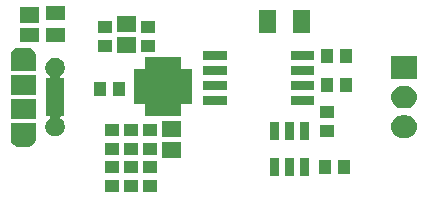
<source format=gbr>
G04 #@! TF.GenerationSoftware,KiCad,Pcbnew,(5.1.4-7-g8dd734fbd)*
G04 #@! TF.CreationDate,2019-09-01T10:21:26+03:00*
G04 #@! TF.ProjectId,usb1wireadapter,75736231-7769-4726-9561-646170746572,rev?*
G04 #@! TF.SameCoordinates,Original*
G04 #@! TF.FileFunction,Soldermask,Top*
G04 #@! TF.FilePolarity,Negative*
%FSLAX46Y46*%
G04 Gerber Fmt 4.6, Leading zero omitted, Abs format (unit mm)*
G04 Created by KiCad (PCBNEW (5.1.4-7-g8dd734fbd)) date 2019-09-01 10:21:26*
%MOMM*%
%LPD*%
G04 APERTURE LIST*
%ADD10C,0.100000*%
G04 APERTURE END LIST*
D10*
G36*
X103800000Y-79110000D02*
G01*
X102600000Y-79110000D01*
X102600000Y-78090000D01*
X103800000Y-78090000D01*
X103800000Y-79110000D01*
X103800000Y-79110000D01*
G37*
G36*
X105400000Y-79110000D02*
G01*
X104200000Y-79110000D01*
X104200000Y-78090000D01*
X105400000Y-78090000D01*
X105400000Y-79110000D01*
X105400000Y-79110000D01*
G37*
G36*
X107000000Y-79110000D02*
G01*
X105800000Y-79110000D01*
X105800000Y-78090000D01*
X107000000Y-78090000D01*
X107000000Y-79110000D01*
X107000000Y-79110000D01*
G37*
G36*
X117295000Y-77790000D02*
G01*
X116565000Y-77790000D01*
X116565000Y-76260000D01*
X117295000Y-76260000D01*
X117295000Y-77790000D01*
X117295000Y-77790000D01*
G37*
G36*
X118565000Y-77790000D02*
G01*
X117835000Y-77790000D01*
X117835000Y-76260000D01*
X118565000Y-76260000D01*
X118565000Y-77790000D01*
X118565000Y-77790000D01*
G37*
G36*
X119835000Y-77790000D02*
G01*
X119105000Y-77790000D01*
X119105000Y-76260000D01*
X119835000Y-76260000D01*
X119835000Y-77790000D01*
X119835000Y-77790000D01*
G37*
G36*
X123310000Y-77600000D02*
G01*
X122290000Y-77600000D01*
X122290000Y-76400000D01*
X123310000Y-76400000D01*
X123310000Y-77600000D01*
X123310000Y-77600000D01*
G37*
G36*
X121710000Y-77600000D02*
G01*
X120690000Y-77600000D01*
X120690000Y-76400000D01*
X121710000Y-76400000D01*
X121710000Y-77600000D01*
X121710000Y-77600000D01*
G37*
G36*
X103800000Y-77510000D02*
G01*
X102600000Y-77510000D01*
X102600000Y-76490000D01*
X103800000Y-76490000D01*
X103800000Y-77510000D01*
X103800000Y-77510000D01*
G37*
G36*
X107000000Y-77510000D02*
G01*
X105800000Y-77510000D01*
X105800000Y-76490000D01*
X107000000Y-76490000D01*
X107000000Y-77510000D01*
X107000000Y-77510000D01*
G37*
G36*
X105400000Y-77510000D02*
G01*
X104200000Y-77510000D01*
X104200000Y-76490000D01*
X105400000Y-76490000D01*
X105400000Y-77510000D01*
X105400000Y-77510000D01*
G37*
G36*
X109000000Y-76240000D02*
G01*
X107400000Y-76240000D01*
X107400000Y-74920000D01*
X109000000Y-74920000D01*
X109000000Y-76240000D01*
X109000000Y-76240000D01*
G37*
G36*
X103800000Y-76010000D02*
G01*
X102600000Y-76010000D01*
X102600000Y-74990000D01*
X103800000Y-74990000D01*
X103800000Y-76010000D01*
X103800000Y-76010000D01*
G37*
G36*
X105400000Y-76010000D02*
G01*
X104200000Y-76010000D01*
X104200000Y-74990000D01*
X105400000Y-74990000D01*
X105400000Y-76010000D01*
X105400000Y-76010000D01*
G37*
G36*
X107000000Y-76010000D02*
G01*
X105800000Y-76010000D01*
X105800000Y-74990000D01*
X107000000Y-74990000D01*
X107000000Y-76010000D01*
X107000000Y-76010000D01*
G37*
G36*
X96712500Y-74559479D02*
G01*
X96713101Y-74571714D01*
X96715887Y-74600000D01*
X96713101Y-74628286D01*
X96712500Y-74640521D01*
X96712500Y-74743289D01*
X96702435Y-74755553D01*
X96690884Y-74777164D01*
X96686762Y-74788684D01*
X96662345Y-74869175D01*
X96597345Y-74990781D01*
X96509870Y-75097370D01*
X96403281Y-75184845D01*
X96281675Y-75249845D01*
X96149724Y-75289872D01*
X96046890Y-75300000D01*
X95278110Y-75300000D01*
X95175276Y-75289872D01*
X95043325Y-75249845D01*
X94921719Y-75184845D01*
X94815130Y-75097370D01*
X94727655Y-74990781D01*
X94662655Y-74869175D01*
X94638243Y-74788699D01*
X94628871Y-74766075D01*
X94615258Y-74745701D01*
X94612500Y-74742943D01*
X94612500Y-74640521D01*
X94611899Y-74628286D01*
X94609113Y-74600000D01*
X94611899Y-74571714D01*
X94612500Y-74559479D01*
X94612500Y-73300000D01*
X96712500Y-73300000D01*
X96712500Y-74559479D01*
X96712500Y-74559479D01*
G37*
G36*
X117295000Y-74740000D02*
G01*
X116565000Y-74740000D01*
X116565000Y-73210000D01*
X117295000Y-73210000D01*
X117295000Y-74740000D01*
X117295000Y-74740000D01*
G37*
G36*
X119835000Y-74740000D02*
G01*
X119105000Y-74740000D01*
X119105000Y-73210000D01*
X119835000Y-73210000D01*
X119835000Y-74740000D01*
X119835000Y-74740000D01*
G37*
G36*
X118565000Y-74740000D02*
G01*
X117835000Y-74740000D01*
X117835000Y-73210000D01*
X118565000Y-73210000D01*
X118565000Y-74740000D01*
X118565000Y-74740000D01*
G37*
G36*
X128211232Y-72663746D02*
G01*
X128300770Y-72690907D01*
X128390309Y-72718068D01*
X128425000Y-72736611D01*
X128555345Y-72806282D01*
X128555347Y-72806283D01*
X128555346Y-72806283D01*
X128700002Y-72924998D01*
X128808073Y-73056684D01*
X128818718Y-73069655D01*
X128859780Y-73146477D01*
X128906932Y-73234691D01*
X128961254Y-73413769D01*
X128979596Y-73600000D01*
X128961254Y-73786231D01*
X128906932Y-73965309D01*
X128893315Y-73990784D01*
X128821091Y-74125906D01*
X128818717Y-74130346D01*
X128700002Y-74275002D01*
X128568316Y-74383073D01*
X128555345Y-74393718D01*
X128524883Y-74410000D01*
X128390309Y-74481932D01*
X128300770Y-74509093D01*
X128211232Y-74536254D01*
X128141448Y-74543127D01*
X128071666Y-74550000D01*
X127728334Y-74550000D01*
X127658552Y-74543127D01*
X127588768Y-74536254D01*
X127499230Y-74509093D01*
X127409691Y-74481932D01*
X127275117Y-74410000D01*
X127244655Y-74393718D01*
X127231685Y-74383073D01*
X127099998Y-74275002D01*
X126981283Y-74130346D01*
X126978910Y-74125906D01*
X126906685Y-73990784D01*
X126893068Y-73965309D01*
X126838746Y-73786231D01*
X126820404Y-73600000D01*
X126838746Y-73413769D01*
X126893068Y-73234691D01*
X126940220Y-73146477D01*
X126981282Y-73069655D01*
X126991927Y-73056684D01*
X127099998Y-72924998D01*
X127244654Y-72806283D01*
X127244653Y-72806283D01*
X127244655Y-72806282D01*
X127375000Y-72736611D01*
X127409691Y-72718068D01*
X127499230Y-72690907D01*
X127588768Y-72663746D01*
X127728334Y-72650000D01*
X128071666Y-72650000D01*
X128211232Y-72663746D01*
X128211232Y-72663746D01*
G37*
G36*
X122000000Y-74510000D02*
G01*
X120800000Y-74510000D01*
X120800000Y-73490000D01*
X122000000Y-73490000D01*
X122000000Y-74510000D01*
X122000000Y-74510000D01*
G37*
G36*
X109000000Y-74480000D02*
G01*
X107400000Y-74480000D01*
X107400000Y-73160000D01*
X109000000Y-73160000D01*
X109000000Y-74480000D01*
X109000000Y-74480000D01*
G37*
G36*
X98603144Y-67806704D02*
G01*
X98753283Y-67868893D01*
X98888406Y-67959180D01*
X99003320Y-68074094D01*
X99093607Y-68209217D01*
X99155796Y-68359356D01*
X99187500Y-68518743D01*
X99187500Y-68681257D01*
X99155796Y-68840644D01*
X99093607Y-68990783D01*
X99003320Y-69125906D01*
X98888406Y-69240820D01*
X98843137Y-69271068D01*
X98824195Y-69286613D01*
X98808650Y-69305555D01*
X98797099Y-69327166D01*
X98789986Y-69350615D01*
X98787584Y-69375001D01*
X98789986Y-69399387D01*
X98797099Y-69422836D01*
X98808650Y-69444447D01*
X98824195Y-69463389D01*
X98843137Y-69478934D01*
X98864748Y-69490485D01*
X98888197Y-69497598D01*
X98912583Y-69500000D01*
X99137500Y-69500000D01*
X99137500Y-72700000D01*
X98912583Y-72700000D01*
X98888197Y-72702402D01*
X98864748Y-72709515D01*
X98843137Y-72721066D01*
X98824195Y-72736611D01*
X98808650Y-72755553D01*
X98797099Y-72777164D01*
X98789986Y-72800613D01*
X98787584Y-72824999D01*
X98789986Y-72849385D01*
X98797099Y-72872834D01*
X98808650Y-72894445D01*
X98824195Y-72913387D01*
X98843137Y-72928932D01*
X98888406Y-72959180D01*
X99003320Y-73074094D01*
X99093607Y-73209217D01*
X99155796Y-73359356D01*
X99187500Y-73518743D01*
X99187500Y-73681257D01*
X99155796Y-73840644D01*
X99093607Y-73990783D01*
X99003320Y-74125906D01*
X98888406Y-74240820D01*
X98753283Y-74331107D01*
X98603144Y-74393296D01*
X98443757Y-74425000D01*
X98281243Y-74425000D01*
X98121856Y-74393296D01*
X97971717Y-74331107D01*
X97836594Y-74240820D01*
X97721680Y-74125906D01*
X97631393Y-73990783D01*
X97569204Y-73840644D01*
X97537500Y-73681257D01*
X97537500Y-73518743D01*
X97569204Y-73359356D01*
X97631393Y-73209217D01*
X97721680Y-73074094D01*
X97836594Y-72959180D01*
X97881863Y-72928932D01*
X97900805Y-72913387D01*
X97916350Y-72894445D01*
X97927901Y-72872834D01*
X97935014Y-72849385D01*
X97937416Y-72824999D01*
X97935014Y-72800613D01*
X97927901Y-72777164D01*
X97916350Y-72755553D01*
X97900805Y-72736611D01*
X97881863Y-72721066D01*
X97860252Y-72709515D01*
X97836803Y-72702402D01*
X97812417Y-72700000D01*
X97587500Y-72700000D01*
X97587500Y-69500000D01*
X97812417Y-69500000D01*
X97836803Y-69497598D01*
X97860252Y-69490485D01*
X97881863Y-69478934D01*
X97900805Y-69463389D01*
X97916350Y-69444447D01*
X97927901Y-69422836D01*
X97935014Y-69399387D01*
X97937416Y-69375001D01*
X97935014Y-69350615D01*
X97927901Y-69327166D01*
X97916350Y-69305555D01*
X97900805Y-69286613D01*
X97881863Y-69271068D01*
X97836594Y-69240820D01*
X97721680Y-69125906D01*
X97631393Y-68990783D01*
X97569204Y-68840644D01*
X97537500Y-68681257D01*
X97537500Y-68518743D01*
X97569204Y-68359356D01*
X97631393Y-68209217D01*
X97721680Y-68074094D01*
X97836594Y-67959180D01*
X97971717Y-67868893D01*
X98121856Y-67806704D01*
X98281243Y-67775000D01*
X98443757Y-67775000D01*
X98603144Y-67806704D01*
X98603144Y-67806704D01*
G37*
G36*
X103800000Y-74410000D02*
G01*
X102600000Y-74410000D01*
X102600000Y-73390000D01*
X103800000Y-73390000D01*
X103800000Y-74410000D01*
X103800000Y-74410000D01*
G37*
G36*
X107000000Y-74410000D02*
G01*
X105800000Y-74410000D01*
X105800000Y-73390000D01*
X107000000Y-73390000D01*
X107000000Y-74410000D01*
X107000000Y-74410000D01*
G37*
G36*
X105400000Y-74410000D02*
G01*
X104200000Y-74410000D01*
X104200000Y-73390000D01*
X105400000Y-73390000D01*
X105400000Y-74410000D01*
X105400000Y-74410000D01*
G37*
G36*
X96712500Y-72950000D02*
G01*
X94612500Y-72950000D01*
X94612500Y-71250000D01*
X96712500Y-71250000D01*
X96712500Y-72950000D01*
X96712500Y-72950000D01*
G37*
G36*
X122000000Y-72910000D02*
G01*
X120800000Y-72910000D01*
X120800000Y-71890000D01*
X122000000Y-71890000D01*
X122000000Y-72910000D01*
X122000000Y-72910000D01*
G37*
G36*
X109000000Y-68575001D02*
G01*
X109002402Y-68599387D01*
X109009515Y-68622836D01*
X109021066Y-68644447D01*
X109036611Y-68663389D01*
X109055553Y-68678934D01*
X109077164Y-68690485D01*
X109100613Y-68697598D01*
X109124999Y-68700000D01*
X109975000Y-68700000D01*
X109975000Y-71700000D01*
X109124999Y-71700000D01*
X109100613Y-71702402D01*
X109077164Y-71709515D01*
X109055553Y-71721066D01*
X109036611Y-71736611D01*
X109021066Y-71755553D01*
X109009515Y-71777164D01*
X109002402Y-71800613D01*
X109000000Y-71824999D01*
X109000000Y-72675000D01*
X106000000Y-72675000D01*
X106000000Y-71824999D01*
X105997598Y-71800613D01*
X105990485Y-71777164D01*
X105978934Y-71755553D01*
X105963389Y-71736611D01*
X105944447Y-71721066D01*
X105922836Y-71709515D01*
X105899387Y-71702402D01*
X105875001Y-71700000D01*
X105025000Y-71700000D01*
X105025000Y-68700000D01*
X105875001Y-68700000D01*
X105899387Y-68697598D01*
X105922836Y-68690485D01*
X105944447Y-68678934D01*
X105963389Y-68663389D01*
X105978934Y-68644447D01*
X105990485Y-68622836D01*
X105997598Y-68599387D01*
X106000000Y-68575001D01*
X106000000Y-67725000D01*
X109000000Y-67725000D01*
X109000000Y-68575001D01*
X109000000Y-68575001D01*
G37*
G36*
X128211232Y-70163746D02*
G01*
X128300770Y-70190907D01*
X128390309Y-70218068D01*
X128478523Y-70265220D01*
X128555345Y-70306282D01*
X128555347Y-70306283D01*
X128555346Y-70306283D01*
X128700002Y-70424998D01*
X128818717Y-70569654D01*
X128906932Y-70734691D01*
X128961254Y-70913769D01*
X128979596Y-71100000D01*
X128961254Y-71286231D01*
X128906932Y-71465309D01*
X128859780Y-71553523D01*
X128834938Y-71600000D01*
X128818717Y-71630346D01*
X128700002Y-71775002D01*
X128568316Y-71883073D01*
X128555345Y-71893718D01*
X128478523Y-71934780D01*
X128390309Y-71981932D01*
X128300770Y-72009093D01*
X128211232Y-72036254D01*
X128141448Y-72043127D01*
X128071666Y-72050000D01*
X127728334Y-72050000D01*
X127658552Y-72043127D01*
X127588768Y-72036254D01*
X127499230Y-72009093D01*
X127409691Y-71981932D01*
X127321477Y-71934780D01*
X127244655Y-71893718D01*
X127231684Y-71883073D01*
X127099998Y-71775002D01*
X126981283Y-71630346D01*
X126965063Y-71600000D01*
X126940220Y-71553523D01*
X126893068Y-71465309D01*
X126838746Y-71286231D01*
X126820404Y-71100000D01*
X126838746Y-70913769D01*
X126893068Y-70734691D01*
X126981283Y-70569654D01*
X127099998Y-70424998D01*
X127244654Y-70306283D01*
X127244653Y-70306283D01*
X127244655Y-70306282D01*
X127321477Y-70265220D01*
X127409691Y-70218068D01*
X127499230Y-70190907D01*
X127588768Y-70163746D01*
X127728334Y-70150000D01*
X128071666Y-70150000D01*
X128211232Y-70163746D01*
X128211232Y-70163746D01*
G37*
G36*
X112875000Y-71780000D02*
G01*
X110925000Y-71780000D01*
X110925000Y-71030000D01*
X112875000Y-71030000D01*
X112875000Y-71780000D01*
X112875000Y-71780000D01*
G37*
G36*
X120275000Y-71780000D02*
G01*
X118325000Y-71780000D01*
X118325000Y-71030000D01*
X120275000Y-71030000D01*
X120275000Y-71780000D01*
X120275000Y-71780000D01*
G37*
G36*
X102710000Y-71000000D02*
G01*
X101690000Y-71000000D01*
X101690000Y-69800000D01*
X102710000Y-69800000D01*
X102710000Y-71000000D01*
X102710000Y-71000000D01*
G37*
G36*
X104310000Y-71000000D02*
G01*
X103290000Y-71000000D01*
X103290000Y-69800000D01*
X104310000Y-69800000D01*
X104310000Y-71000000D01*
X104310000Y-71000000D01*
G37*
G36*
X96712500Y-70950000D02*
G01*
X94612500Y-70950000D01*
X94612500Y-69250000D01*
X96712500Y-69250000D01*
X96712500Y-70950000D01*
X96712500Y-70950000D01*
G37*
G36*
X121910000Y-70700000D02*
G01*
X120890000Y-70700000D01*
X120890000Y-69500000D01*
X121910000Y-69500000D01*
X121910000Y-70700000D01*
X121910000Y-70700000D01*
G37*
G36*
X123510000Y-70700000D02*
G01*
X122490000Y-70700000D01*
X122490000Y-69500000D01*
X123510000Y-69500000D01*
X123510000Y-70700000D01*
X123510000Y-70700000D01*
G37*
G36*
X120275000Y-70510000D02*
G01*
X118325000Y-70510000D01*
X118325000Y-69760000D01*
X120275000Y-69760000D01*
X120275000Y-70510000D01*
X120275000Y-70510000D01*
G37*
G36*
X112875000Y-70510000D02*
G01*
X110925000Y-70510000D01*
X110925000Y-69760000D01*
X112875000Y-69760000D01*
X112875000Y-70510000D01*
X112875000Y-70510000D01*
G37*
G36*
X128975000Y-69550000D02*
G01*
X126825000Y-69550000D01*
X126825000Y-67650000D01*
X128975000Y-67650000D01*
X128975000Y-69550000D01*
X128975000Y-69550000D01*
G37*
G36*
X112875000Y-69240000D02*
G01*
X110925000Y-69240000D01*
X110925000Y-68490000D01*
X112875000Y-68490000D01*
X112875000Y-69240000D01*
X112875000Y-69240000D01*
G37*
G36*
X120275000Y-69240000D02*
G01*
X118325000Y-69240000D01*
X118325000Y-68490000D01*
X120275000Y-68490000D01*
X120275000Y-69240000D01*
X120275000Y-69240000D01*
G37*
G36*
X96149724Y-66910128D02*
G01*
X96281675Y-66950155D01*
X96403281Y-67015155D01*
X96509870Y-67102630D01*
X96597345Y-67209219D01*
X96662345Y-67330825D01*
X96686757Y-67411301D01*
X96696129Y-67433925D01*
X96709742Y-67454299D01*
X96712500Y-67457057D01*
X96712500Y-67559479D01*
X96713101Y-67571714D01*
X96715887Y-67600000D01*
X96713101Y-67628286D01*
X96712500Y-67640521D01*
X96712500Y-68900000D01*
X94612500Y-68900000D01*
X94612500Y-67640521D01*
X94611899Y-67628286D01*
X94609113Y-67600000D01*
X94611899Y-67571714D01*
X94612500Y-67559479D01*
X94612500Y-67456711D01*
X94622565Y-67444447D01*
X94634116Y-67422836D01*
X94638238Y-67411316D01*
X94662655Y-67330825D01*
X94727655Y-67209219D01*
X94815130Y-67102630D01*
X94921719Y-67015155D01*
X95043325Y-66950155D01*
X95175276Y-66910128D01*
X95278110Y-66900000D01*
X96046890Y-66900000D01*
X96149724Y-66910128D01*
X96149724Y-66910128D01*
G37*
G36*
X121910000Y-68200000D02*
G01*
X120890000Y-68200000D01*
X120890000Y-67000000D01*
X121910000Y-67000000D01*
X121910000Y-68200000D01*
X121910000Y-68200000D01*
G37*
G36*
X123510000Y-68200000D02*
G01*
X122490000Y-68200000D01*
X122490000Y-67000000D01*
X123510000Y-67000000D01*
X123510000Y-68200000D01*
X123510000Y-68200000D01*
G37*
G36*
X120275000Y-67970000D02*
G01*
X118325000Y-67970000D01*
X118325000Y-67220000D01*
X120275000Y-67220000D01*
X120275000Y-67970000D01*
X120275000Y-67970000D01*
G37*
G36*
X112875000Y-67970000D02*
G01*
X110925000Y-67970000D01*
X110925000Y-67220000D01*
X112875000Y-67220000D01*
X112875000Y-67970000D01*
X112875000Y-67970000D01*
G37*
G36*
X105200000Y-67340000D02*
G01*
X103600000Y-67340000D01*
X103600000Y-66020000D01*
X105200000Y-66020000D01*
X105200000Y-67340000D01*
X105200000Y-67340000D01*
G37*
G36*
X103200000Y-67310000D02*
G01*
X102000000Y-67310000D01*
X102000000Y-66290000D01*
X103200000Y-66290000D01*
X103200000Y-67310000D01*
X103200000Y-67310000D01*
G37*
G36*
X106800000Y-67310000D02*
G01*
X105600000Y-67310000D01*
X105600000Y-66290000D01*
X106800000Y-66290000D01*
X106800000Y-67310000D01*
X106800000Y-67310000D01*
G37*
G36*
X99200000Y-66450000D02*
G01*
X97600000Y-66450000D01*
X97600000Y-65250000D01*
X99200000Y-65250000D01*
X99200000Y-66450000D01*
X99200000Y-66450000D01*
G37*
G36*
X97000000Y-66450000D02*
G01*
X95400000Y-66450000D01*
X95400000Y-65250000D01*
X97000000Y-65250000D01*
X97000000Y-66450000D01*
X97000000Y-66450000D01*
G37*
G36*
X106800000Y-65710000D02*
G01*
X105600000Y-65710000D01*
X105600000Y-64690000D01*
X106800000Y-64690000D01*
X106800000Y-65710000D01*
X106800000Y-65710000D01*
G37*
G36*
X103200000Y-65710000D02*
G01*
X102000000Y-65710000D01*
X102000000Y-64690000D01*
X103200000Y-64690000D01*
X103200000Y-65710000D01*
X103200000Y-65710000D01*
G37*
G36*
X119940000Y-65700000D02*
G01*
X118520000Y-65700000D01*
X118520000Y-63700000D01*
X119940000Y-63700000D01*
X119940000Y-65700000D01*
X119940000Y-65700000D01*
G37*
G36*
X117080000Y-65700000D02*
G01*
X115660000Y-65700000D01*
X115660000Y-63700000D01*
X117080000Y-63700000D01*
X117080000Y-65700000D01*
X117080000Y-65700000D01*
G37*
G36*
X105200000Y-65580000D02*
G01*
X103600000Y-65580000D01*
X103600000Y-64260000D01*
X105200000Y-64260000D01*
X105200000Y-65580000D01*
X105200000Y-65580000D01*
G37*
G36*
X97000000Y-64830000D02*
G01*
X95400000Y-64830000D01*
X95400000Y-63430000D01*
X97000000Y-63430000D01*
X97000000Y-64830000D01*
X97000000Y-64830000D01*
G37*
G36*
X99200000Y-64550000D02*
G01*
X97600000Y-64550000D01*
X97600000Y-63350000D01*
X99200000Y-63350000D01*
X99200000Y-64550000D01*
X99200000Y-64550000D01*
G37*
M02*

</source>
